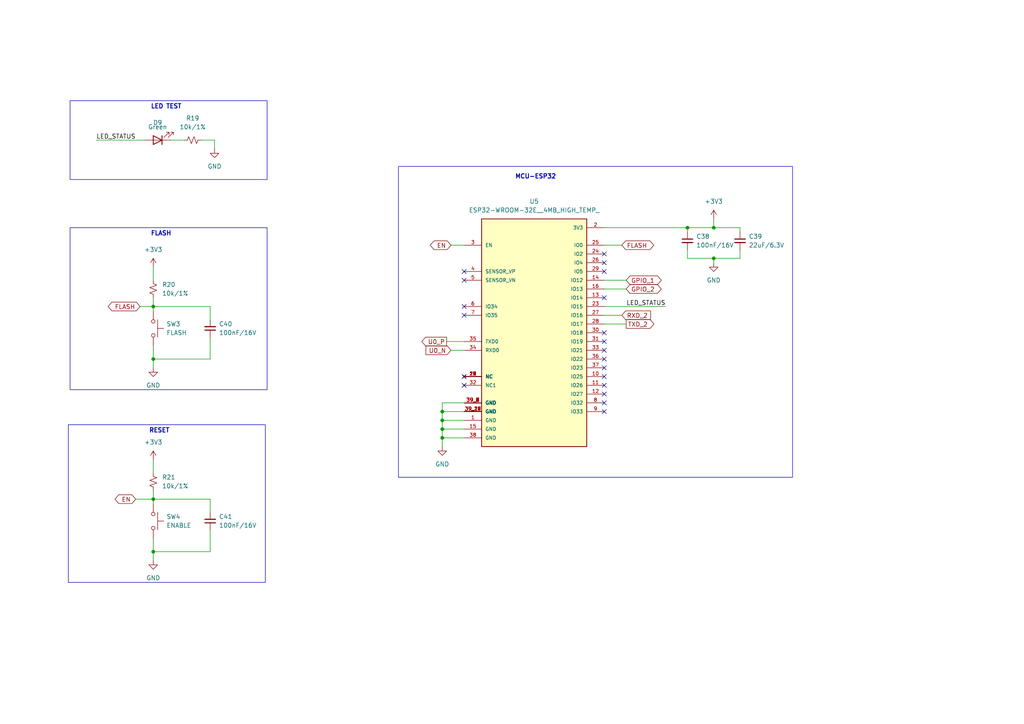
<source format=kicad_sch>
(kicad_sch (version 20231120) (generator "eeschema") (generator_version "8.0")
  (paper "A4")
  (title_block (title "ESP32") (date "2024-03-08"))
  (lib_symbols
    (symbol "Device:C_Small" (pin_numbers hide) (pin_names (offset 0.254) hide)
      (property "Reference" "C" (at 0.254 1.778 0))
      (property "Value" "C_Small" (at 0.254 -2.032 0))
      (symbol "C_Small_0_1"
        (polyline (pts (xy -1.524 -0.508) (xy 1.524 -0.508)) (stroke (width 0.3302)))
        (polyline (pts (xy -1.524 0.508) (xy 1.524 0.508)) (stroke (width 0.3048)))
      )
      (symbol "C_Small_1_1"
        (pin passive line (at 0 2.54 270) (length 2.032) (name "~") (number "1"))
        (pin passive line (at 0 -2.54 90) (length 2.032) (name "~") (number "2"))
      )
    )
    (symbol "Device:LED" (pin_numbers hide) (pin_names (offset 1.016) hide)
      (property "Reference" "D" (at 0 2.54 0))
      (property "Value" "LED" (at 0 -2.54 0))
      (symbol "LED_0_1"
        (polyline (pts (xy -1.27 -1.27) (xy -1.27 1.27)) (stroke (width 0.254)))
        (polyline (pts (xy -1.27 0) (xy 1.27 0)))
        (polyline (pts (xy 1.27 -1.27) (xy 1.27 1.27) (xy -1.27 0) (xy 1.27 -1.27)) (stroke (width 0.254)))
        (polyline (pts (xy -3.048 -0.762) (xy -4.572 -2.286) (xy -3.81 -2.286) (xy -4.572 -2.286) (xy -4.572 -1.524)))
        (polyline (pts (xy -1.778 -0.762) (xy -3.302 -2.286) (xy -2.54 -2.286) (xy -3.302 -2.286) (xy -3.302 -1.524)))
      )
      (symbol "LED_1_1"
        (pin passive line (at -3.81 0 0) (length 2.54) (name "K") (number "1"))
        (pin passive line (at 3.81 0 180) (length 2.54) (name "A") (number "2"))
      )
    )
    (symbol "Device:R_Small_US" (pin_numbers hide) (pin_names (offset 0.254) hide)
      (property "Reference" "R" (at 0.762 0.508 0))
      (property "Value" "R_Small_US" (at 0.762 -1.016 0))
      (symbol "R_Small_US_1_1"
        (polyline (pts (xy 0 0) (xy 1.016 -0.381) (xy 0 -0.762) (xy -1.016 -1.143) (xy 0 -1.524)))
        (polyline (pts (xy 0 1.524) (xy 1.016 1.143) (xy 0 0.762) (xy -1.016 0.381) (xy 0 0)))
        (pin passive line (at 0 2.54 270) (length 1.016) (name "~") (number "1"))
        (pin passive line (at 0 -2.54 90) (length 1.016) (name "~") (number "2"))
      )
    )
    (symbol "ESP32-WROOM-32E__4MB_HIGH_TEMP_:ESP32-WROOM-32E__4MB_HIGH_TEMP_" (pin_names (offset 1.016))
      (property "Reference" "U" (at -15.24 33.909 0))
      (property "Value" "ESP32-WROOM-32E__4MB_HIGH_TEMP_" (at -7.62 -36.83 0))
      (symbol "ESP32-WROOM-32E__4MB_HIGH_TEMP__0_0"
        (rectangle (start -15.24 33.02) (end 15.24 -33.02) (stroke (width 0.254)) (fill (type background)))
        (pin power_in line (at -20.32 -25.4 0) (length 5.08) (name "GND") (number "1"))
        (pin bidirectional line (at 20.32 -12.7 180) (length 5.08) (name "IO25") (number "10"))
        (pin bidirectional line (at 20.32 -15.24 180) (length 5.08) (name "IO26") (number "11"))
        (pin bidirectional line (at 20.32 -17.78 180) (length 5.08) (name "IO27") (number "12"))
        (pin bidirectional line (at 20.32 10.16 180) (length 5.08) (name "IO14") (number "13"))
        (pin bidirectional line (at 20.32 15.24 180) (length 5.08) (name "IO12") (number "14"))
        (pin power_in line (at -20.32 -27.94 0) (length 5.08) (name "GND") (number "15"))
        (pin bidirectional line (at 20.32 12.7 180) (length 5.08) (name "IO13") (number "16"))
        (pin no_connect line (at -20.32 -12.7 0) (length 5.08) (name "NC") (number "17"))
        (pin no_connect line (at -20.32 -12.7 0) (length 5.08) (name "NC") (number "18"))
        (pin no_connect line (at -20.32 -12.7 0) (length 5.08) (name "NC") (number "19"))
        (pin power_in line (at 20.32 30.48 180) (length 5.08) (name "3V3") (number "2"))
        (pin no_connect line (at -20.32 -12.7 0) (length 5.08) (name "NC") (number "20"))
        (pin no_connect line (at -20.32 -12.7 0) (length 5.08) (name "NC") (number "21"))
        (pin no_connect line (at -20.32 -12.7 0) (length 5.08) (name "NC") (number "22"))
        (pin bidirectional line (at 20.32 7.62 180) (length 5.08) (name "IO15") (number "23"))
        (pin bidirectional line (at 20.32 22.86 180) (length 5.08) (name "IO2") (number "24"))
        (pin bidirectional line (at 20.32 25.4 180) (length 5.08) (name "IO0") (number "25"))
        (pin bidirectional line (at 20.32 20.32 180) (length 5.08) (name "IO4") (number "26"))
        (pin bidirectional line (at 20.32 5.08 180) (length 5.08) (name "IO16") (number "27"))
        (pin bidirectional line (at 20.32 2.54 180) (length 5.08) (name "IO17") (number "28"))
        (pin bidirectional line (at 20.32 17.78 180) (length 5.08) (name "IO5") (number "29"))
        (pin input line (at -20.32 25.4 0) (length 5.08) (name "EN") (number "3"))
        (pin bidirectional line (at 20.32 0 180) (length 5.08) (name "IO18") (number "30"))
        (pin bidirectional line (at 20.32 -2.54 180) (length 5.08) (name "IO19") (number "31"))
        (pin no_connect line (at -20.32 -15.24 0) (length 5.08) (name "NC1") (number "32"))
        (pin bidirectional line (at 20.32 -5.08 180) (length 5.08) (name "IO21") (number "33"))
        (pin bidirectional line (at -20.32 -5.08 0) (length 5.08) (name "RXD0") (number "34"))
        (pin bidirectional line (at -20.32 -2.54 0) (length 5.08) (name "TXD0") (number "35"))
        (pin bidirectional line (at 20.32 -7.62 180) (length 5.08) (name "IO22") (number "36"))
        (pin bidirectional line (at 20.32 -10.16 180) (length 5.08) (name "IO23") (number "37"))
        (pin power_in line (at -20.32 -30.48 0) (length 5.08) (name "GND") (number "38"))
        (pin power_in line (at -20.32 -20.32 0) (length 5.08) (name "GND") (number "39_1"))
        (pin power_in line (at -20.32 -20.32 0) (length 5.08) (name "GND") (number "39_2"))
        (pin power_in line (at -20.32 -20.32 0) (length 5.08) (name "GND") (number "39_3"))
        (pin power_in line (at -20.32 -20.32 0) (length 5.08) (name "GND") (number "39_4"))
        (pin power_in line (at -20.32 -20.32 0) (length 5.08) (name "GND") (number "39_5"))
        (pin power_in line (at -20.32 -20.32 0) (length 5.08) (name "GND") (number "39_6"))
        (pin power_in line (at -20.32 -20.32 0) (length 5.08) (name "GND") (number "39_7"))
        (pin power_in line (at -20.32 -20.32 0) (length 5.08) (name "GND") (number "39_8"))
        (pin power_in line (at -20.32 -20.32 0) (length 5.08) (name "GND") (number "39_9"))
        (pin input line (at -20.32 17.78 0) (length 5.08) (name "SENSOR_VP") (number "4"))
        (pin input line (at -20.32 15.24 0) (length 5.08) (name "SENSOR_VN") (number "5"))
        (pin input line (at -20.32 7.62 0) (length 5.08) (name "IO34") (number "6"))
        (pin input line (at -20.32 5.08 0) (length 5.08) (name "IO35") (number "7"))
        (pin bidirectional line (at 20.32 -20.32 180) (length 5.08) (name "IO32") (number "8"))
        (pin bidirectional line (at 20.32 -22.86 180) (length 5.08) (name "IO33") (number "9"))
      )
      (symbol "ESP32-WROOM-32E__4MB_HIGH_TEMP__1_0"
        (pin power_in line (at -20.32 -22.86 0) (length 5.08) (name "GND") (number "39_10"))
        (pin power_in line (at -20.32 -22.86 0) (length 5.08) (name "GND") (number "39_11"))
        (pin power_in line (at -20.32 -22.86 0) (length 5.08) (name "GND") (number "39_12"))
        (pin power_in line (at -20.32 -22.86 0) (length 5.08) (name "GND") (number "39_13"))
        (pin power_in line (at -20.32 -22.86 0) (length 5.08) (name "GND") (number "39_14"))
        (pin power_in line (at -20.32 -22.86 0) (length 5.08) (name "GND") (number "39_15"))
        (pin power_in line (at -20.32 -22.86 0) (length 5.08) (name "GND") (number "39_16"))
        (pin power_in line (at -20.32 -22.86 0) (length 5.08) (name "GND") (number "39_17"))
        (pin power_in line (at -20.32 -22.86 0) (length 5.08) (name "GND") (number "39_18"))
        (pin power_in line (at -20.32 -22.86 0) (length 5.08) (name "GND") (number "39_19"))
        (pin power_in line (at -20.32 -22.86 0) (length 5.08) (name "GND") (number "39_20"))
        (pin power_in line (at -20.32 -22.86 0) (length 5.08) (name "GND") (number "39_21"))
      )
    )
    (symbol "Switch:SW_Push" (pin_numbers hide) (pin_names (offset 1.016) hide)
      (property "Reference" "SW" (at 1.27 2.54 0))
      (property "Value" "SW_Push" (at 0 -1.524 0))
      (symbol "SW_Push_0_1"
        (circle (center -2.032 0) (radius 0.508))
        (polyline (pts (xy 0 1.27) (xy 0 3.048)))
        (polyline (pts (xy 2.54 1.27) (xy -2.54 1.27)))
        (circle (center 2.032 0) (radius 0.508))
        (pin passive line (at -5.08 0 0) (length 2.54) (name "1") (number "1"))
        (pin passive line (at 5.08 0 180) (length 2.54) (name "2") (number "2"))
      )
    )
    (symbol "power:+3V3" (power) (pin_names (offset 0))
      (property "Value" "+3V3" (at 0 3.556 0))
      (symbol "+3V3_0_1"
        (polyline (pts (xy -0.762 1.27) (xy 0 2.54)))
        (polyline (pts (xy 0 0) (xy 0 2.54)))
        (polyline (pts (xy 0 2.54) (xy 0.762 1.27)))
      )
      (symbol "+3V3_1_1"
        (pin power_in line (at 0 0 90) (length 0) hide (name "+3V3") (number "1"))
      )
    )
    (symbol "power:GND" (power) (pin_names (offset 0))
      (property "Value" "GND" (at 0 -3.81 0))
      (symbol "GND_0_1"
        (polyline (pts (xy 0 0) (xy 0 -1.27) (xy 1.27 -1.27) (xy 0 -2.54) (xy -1.27 -1.27) (xy 0 -1.27)))
      )
      (symbol "GND_1_1"
        (pin power_in line (at 0 0 270) (length 0) hide (name "GND") (number "1"))
      )
    )
  )
  (junction (at 128.27 119.38))
  (junction (at 44.45 144.78))
  (junction (at 44.45 160.02))
  (junction (at 207.01 74.93))
  (junction (at 199.39 66.04))
  (junction (at 207.01 66.04))
  (junction (at 128.27 124.46))
  (junction (at 128.27 121.92))
  (junction (at 44.45 88.9))
  (junction (at 44.45 104.14))
  (junction (at 128.27 127))
  (no_connect (at 175.26 119.38))
  (no_connect (at 134.62 91.44))
  (no_connect (at 175.26 116.84))
  (no_connect (at 134.62 111.76))
  (no_connect (at 175.26 114.3))
  (no_connect (at 175.26 86.36))
  (no_connect (at 134.62 88.9))
  (no_connect (at 175.26 104.14))
  (no_connect (at 175.26 73.66))
  (no_connect (at 175.26 109.22))
  (no_connect (at 175.26 78.74))
  (no_connect (at 175.26 76.2))
  (no_connect (at 175.26 111.76))
  (no_connect (at 175.26 106.68))
  (no_connect (at 134.62 78.74))
  (no_connect (at 134.62 81.28))
  (no_connect (at 175.26 96.52))
  (no_connect (at 134.62 109.22))
  (no_connect (at 175.26 99.06))
  (no_connect (at 175.26 101.6))
  (wire (pts (xy 193.04 88.9) (xy 175.26 88.9)))
  (wire (pts (xy 130.81 101.6) (xy 134.62 101.6)))
  (wire (pts (xy 207.01 74.93) (xy 214.63 74.93)))
  (wire (pts (xy 128.27 119.38) (xy 134.62 119.38)))
  (wire (pts (xy 199.39 66.04) (xy 207.01 66.04)))
  (wire (pts (xy 181.61 81.28) (xy 175.26 81.28)))
  (wire (pts (xy 207.01 66.04) (xy 214.63 66.04)))
  (wire (pts (xy 44.45 88.9) (xy 44.45 90.17)))
  (wire (pts (xy 130.81 71.12) (xy 134.62 71.12)))
  (wire (pts (xy 44.45 160.02) (xy 60.96 160.02)))
  (wire (pts (xy 128.27 119.38) (xy 128.27 121.92)))
  (wire (pts (xy 44.45 160.02) (xy 44.45 162.56)))
  (wire (pts (xy 60.96 160.02) (xy 60.96 153.67)))
  (wire (pts (xy 128.27 121.92) (xy 128.27 124.46)))
  (wire (pts (xy 44.45 144.78) (xy 44.45 146.05)))
  (wire (pts (xy 44.45 156.21) (xy 44.45 160.02)))
  (wire (pts (xy 60.96 92.71) (xy 60.96 88.9)))
  (wire (pts (xy 44.45 142.24) (xy 44.45 144.78)))
  (wire (pts (xy 180.34 91.44) (xy 175.26 91.44)))
  (wire (pts (xy 58.42 40.64) (xy 62.23 40.64)))
  (wire (pts (xy 62.23 40.64) (xy 62.23 43.18)))
  (wire (pts (xy 44.45 86.36) (xy 44.45 88.9)))
  (wire (pts (xy 44.45 77.47) (xy 44.45 81.28)))
  (wire (pts (xy 214.63 66.04) (xy 214.63 67.31)))
  (wire (pts (xy 175.26 66.04) (xy 199.39 66.04)))
  (wire (pts (xy 39.37 144.78) (xy 44.45 144.78)))
  (wire (pts (xy 128.27 124.46) (xy 128.27 127)))
  (wire (pts (xy 128.27 124.46) (xy 134.62 124.46)))
  (wire (pts (xy 175.26 93.98) (xy 181.61 93.98)))
  (wire (pts (xy 128.27 116.84) (xy 128.27 119.38)))
  (wire (pts (xy 207.01 63.5) (xy 207.01 66.04)))
  (wire (pts (xy 175.26 83.82) (xy 181.61 83.82)))
  (wire (pts (xy 128.27 121.92) (xy 134.62 121.92)))
  (wire (pts (xy 44.45 104.14) (xy 44.45 106.68)))
  (wire (pts (xy 128.27 127) (xy 134.62 127)))
  (wire (pts (xy 129.54 99.06) (xy 134.62 99.06)))
  (wire (pts (xy 44.45 133.35) (xy 44.45 137.16)))
  (wire (pts (xy 60.96 148.59) (xy 60.96 144.78)))
  (wire (pts (xy 44.45 100.33) (xy 44.45 104.14)))
  (wire (pts (xy 44.45 104.14) (xy 60.96 104.14)))
  (wire (pts (xy 44.45 144.78) (xy 60.96 144.78)))
  (wire (pts (xy 180.34 71.12) (xy 175.26 71.12)))
  (wire (pts (xy 44.45 88.9) (xy 60.96 88.9)))
  (wire (pts (xy 27.94 40.64) (xy 41.91 40.64)))
  (wire (pts (xy 60.96 104.14) (xy 60.96 97.79)))
  (wire (pts (xy 128.27 116.84) (xy 134.62 116.84)))
  (wire (pts (xy 199.39 74.93) (xy 207.01 74.93)))
  (wire (pts (xy 207.01 74.93) (xy 207.01 76.2)))
  (wire (pts (xy 199.39 72.39) (xy 199.39 74.93)))
  (wire (pts (xy 49.53 40.64) (xy 53.34 40.64)))
  (wire (pts (xy 128.27 127) (xy 128.27 129.54)))
  (wire (pts (xy 40.64 88.9) (xy 44.45 88.9)))
  (wire (pts (xy 199.39 66.04) (xy 199.39 67.31)))
  (wire (pts (xy 214.63 74.93) (xy 214.63 72.39)))
  (rectangle (start 20.32 66.04) (end 77.47 113.03))
  (rectangle (start 19.812 123.19) (end 76.962 168.91))
  (rectangle (start 115.57 48.26) (end 229.87 138.43))
  (rectangle (start 20.32 29.21) (end 77.47 52.07))
  (text "MCU-ESP32" (at 149.352 52.07 0) (effects (font (size 1.27 1.27) (thickness 0.254) (bold yes)) (justify left bottom)))
  (text "LED TEST" (at 43.688 31.75 0) (effects (font (size 1.27 1.27) (thickness 0.254) (bold yes)) (justify left bottom)))
  (text "RESET" (at 43.18 125.73 0) (effects (font (size 1.27 1.27) (thickness 0.254) (bold yes)) (justify left bottom)))
  (text "FLASH" (at 43.688 68.58 0) (effects (font (size 1.27 1.27) (thickness 0.254) (bold yes)) (justify left bottom)))
  (label "LED_STATUS" (at 193.04 88.9 180))
  (label "LED_STATUS" (at 27.94 40.64 0))
  (global_label "U0_N" (shape input) (at 130.81 101.6 180) (property "Intersheetrefs" "${INTERSHEET_REFS}" (effects (hide yes))))
  (global_label "U0_P" (shape output) (at 129.54 99.06 180) (property "Intersheetrefs" "${INTERSHEET_REFS}" (effects (hide yes))))
  (global_label "GPIO_1" (shape bidirectional) (at 181.61 81.28 0) (property "Intersheetrefs" "${INTERSHEET_REFS}" (effects (hide yes))))
  (global_label "RXD_2" (shape input) (at 180.34 91.44 0) (property "Intersheetrefs" "${INTERSHEET_REFS}" (effects (hide yes))))
  (global_label "GPIO_2" (shape bidirectional) (at 181.61 83.82 0) (property "Intersheetrefs" "${INTERSHEET_REFS}" (effects (hide yes))))
  (global_label "EN" (shape bidirectional) (at 39.37 144.78 180) (property "Intersheetrefs" "${INTERSHEET_REFS}" (effects (hide yes))))
  (global_label "FLASH" (shape bidirectional) (at 180.34 71.12 0) (property "Intersheetrefs" "${INTERSHEET_REFS}" (effects (hide yes))))
  (global_label "TXD_2" (shape output) (at 181.61 93.98 0) (property "Intersheetrefs" "${INTERSHEET_REFS}" (effects (hide yes))))
  (global_label "EN" (shape bidirectional) (at 130.81 71.12 180) (property "Intersheetrefs" "${INTERSHEET_REFS}" (effects (hide yes))))
  (global_label "FLASH" (shape bidirectional) (at 40.64 88.9 180) (property "Intersheetrefs" "${INTERSHEET_REFS}" (effects (hide yes))))
  (symbol (lib_id "power:GND") (at 44.45 106.68 0) (unit 1)
    (property "Reference" "#PWR052" (effects (hide yes)))
    (property "Value" "GND" (at 44.45 111.76 0))
  )
  (symbol (lib_id "Device:C_Small") (at 214.63 69.85 0) (unit 1)
    (property "Reference" "C39" (at 217.17 68.5863 0) (effects (justify left)))
    (property "Value" "22uF/6.3V" (at 217.17 71.1263 0) (effects (justify left)))
    (property "Footprint" "Capacitor_SMD:C_0603_1608Metric_Pad1.08x0.95mm_HandSolder" (effects (hide yes)))
    (property "URL" "https://www.thegioiic.com/tu-gom-0603-22uf-6-3v" (effects (hide yes)))
  )
  (symbol (lib_id "Device:R_Small_US") (at 44.45 83.82 0) (unit 1)
    (property "Reference" "R20" (at 46.99 82.55 0) (effects (justify left)))
    (property "Value" "10k/1%" (at 46.99 85.09 0) (effects (justify left)))
    (property "Footprint" "Resistor_SMD:R_0603_1608Metric_Pad0.98x0.95mm_HandSolder" (effects (hide yes)))
    (property "URL" "https://www.thegioiic.com/dien-tro-10-kohm-0603-1-" (effects (hide yes)))
  )
  (symbol (lib_id "power:+3V3") (at 44.45 133.35 0) (unit 1)
    (property "Reference" "#PWR053" (effects (hide yes)))
    (property "Value" "+3V3" (at 44.45 128.27 0))
  )
  (symbol (lib_id "Device:R_Small_US") (at 55.88 40.64 90) (unit 1)
    (property "Reference" "R19" (at 55.88 34.29 90))
    (property "Value" "10k/1%" (at 55.88 36.83 90))
    (property "Footprint" "Resistor_SMD:R_0603_1608Metric_Pad0.98x0.95mm_HandSolder" (effects (hide yes)))
    (property "URL" "https://www.thegioiic.com/dien-tro-10-kohm-0603-1-" (effects (hide yes)))
  )
  (symbol (lib_id "Device:C_Small") (at 199.39 69.85 0) (unit 1)
    (property "Reference" "C38" (at 201.93 68.5863 0) (effects (justify left)))
    (property "Value" "100nF/16V" (at 201.93 71.1263 0) (effects (justify left)))
    (property "Footprint" "Capacitor_SMD:C_0603_1608Metric_Pad1.08x0.95mm_HandSolder" (effects (hide yes)))
    (property "URL" "https://www.thegioiic.com/tu-gom-0603-100nf-0-1uf-16v" (effects (hide yes)))
  )
  (symbol (lib_id "power:GND") (at 207.01 76.2 0) (unit 1)
    (property "Reference" "#PWR050" (effects (hide yes)))
    (property "Value" "GND" (at 207.01 81.28 0))
  )
  (symbol (lib_id "ESP32-WROOM-32E__4MB_HIGH_TEMP_:ESP32-WROOM-32E__4MB_HIGH_TEMP_") (at 154.94 96.52 0) (unit 1)
    (property "Reference" "U5" (at 154.94 58.42 0))
    (property "Value" "ESP32-WROOM-32E__4MB_HIGH_TEMP_" (at 154.94 60.96 0))
    (property "Footprint" "ESP32-WROOM-32E__4MB_HIGH_TEMP_:XCVR_ESP32-WROOM-32E__4MB_HIGH_TEMP_" (effects (hide yes)))
    (property "URL" "https://www.thegioiic.com/esp32-wroom-32e-n4-module-wifi-bluetooth-4mb-flash-2-4ghz" (effects (hide yes)))
  )
  (symbol (lib_id "Device:R_Small_US") (at 44.45 139.7 0) (unit 1)
    (property "Reference" "R21" (at 46.99 138.43 0) (effects (justify left)))
    (property "Value" "10k/1%" (at 46.99 140.97 0) (effects (justify left)))
    (property "Footprint" "Resistor_SMD:R_0603_1608Metric_Pad0.98x0.95mm_HandSolder" (effects (hide yes)))
    (property "URL" "https://www.thegioiic.com/dien-tro-10-kohm-0603-1-" (effects (hide yes)))
  )
  (symbol (lib_id "Switch:SW_Push") (at 44.45 151.13 270) (unit 1)
    (property "Reference" "SW4" (at 48.26 149.86 90) (effects (justify left)))
    (property "Value" "ENABLE" (at 48.26 152.4 90) (effects (justify left)))
    (property "Footprint" "Button_Switch_SMD:SW_SPST_B3U-1000P" (effects (hide yes)))
    (property "URL" "https://www.thegioiic.com/nut-nhan-3x4mm-cao-2-5mm-2-chan-smd" (effects (hide yes)))
  )
  (symbol (lib_id "Device:C_Small") (at 60.96 151.13 180) (unit 1)
    (property "Reference" "C41" (at 63.5 149.8536 0) (effects (justify right)))
    (property "Value" "100nF/16V" (at 63.5 152.3936 0) (effects (justify right)))
    (property "Footprint" "Capacitor_SMD:C_0603_1608Metric_Pad1.08x0.95mm_HandSolder" (effects (hide yes)))
    (property "URL" "https://www.thegioiic.com/tu-gom-0603-100nf-0-1uf-16v" (effects (hide yes)))
  )
  (symbol (lib_id "Device:LED") (at 45.72 40.64 180) (unit 1)
    (property "Reference" "D9" (at 45.72 35.56 0))
    (property "Value" "Green" (at 45.72 36.83 0))
    (property "Footprint" "LED_SMD:LED_0805_2012Metric_Pad1.15x1.40mm_HandSolder" (effects (hide yes)))
    (property "URL" "https://www.thegioiic.com/led-xanh-la-0805-dan-smd-trong-suot-harvatek" (effects (hide yes)))
  )
  (symbol (lib_id "power:+3V3") (at 44.45 77.47 0) (unit 1)
    (property "Reference" "#PWR051" (effects (hide yes)))
    (property "Value" "+3V3" (at 44.45 72.39 0))
  )
  (symbol (lib_id "power:GND") (at 128.27 129.54 0) (unit 1)
    (property "Reference" "#PWR047" (effects (hide yes)))
    (property "Value" "GND" (at 128.27 134.62 0))
  )
  (symbol (lib_id "power:+3V3") (at 207.01 63.5 0) (unit 1)
    (property "Reference" "#PWR049" (effects (hide yes)))
    (property "Value" "+3V3" (at 207.01 58.42 0))
  )
  (symbol (lib_id "power:GND") (at 62.23 43.18 0) (unit 1)
    (property "Reference" "#PWR048" (effects (hide yes)))
    (property "Value" "GND" (at 62.23 48.26 0))
  )
  (symbol (lib_id "Device:C_Small") (at 60.96 95.25 180) (unit 1)
    (property "Reference" "C40" (at 63.5 93.9736 0) (effects (justify right)))
    (property "Value" "100nF/16V" (at 63.5 96.5136 0) (effects (justify right)))
    (property "Footprint" "Capacitor_SMD:C_0603_1608Metric_Pad1.08x0.95mm_HandSolder" (effects (hide yes)))
    (property "URL" "https://www.thegioiic.com/tu-gom-0603-100nf-0-1uf-16v" (effects (hide yes)))
  )
  (symbol (lib_id "Switch:SW_Push") (at 44.45 95.25 270) (unit 1)
    (property "Reference" "SW3" (at 48.26 93.98 90) (effects (justify left)))
    (property "Value" "FLASH" (at 48.26 96.52 90) (effects (justify left)))
    (property "Footprint" "Button_Switch_SMD:SW_SPST_B3U-1000P" (effects (hide yes)))
    (property "URL" "https://www.thegioiic.com/nut-nhan-3x4mm-cao-2-5mm-2-chan-smd" (effects (hide yes)))
  )
  (symbol (lib_id "power:GND") (at 44.45 162.56 0) (unit 1)
    (property "Reference" "#PWR054" (effects (hide yes)))
    (property "Value" "GND" (at 44.45 167.64 0))
  )
)
</source>
